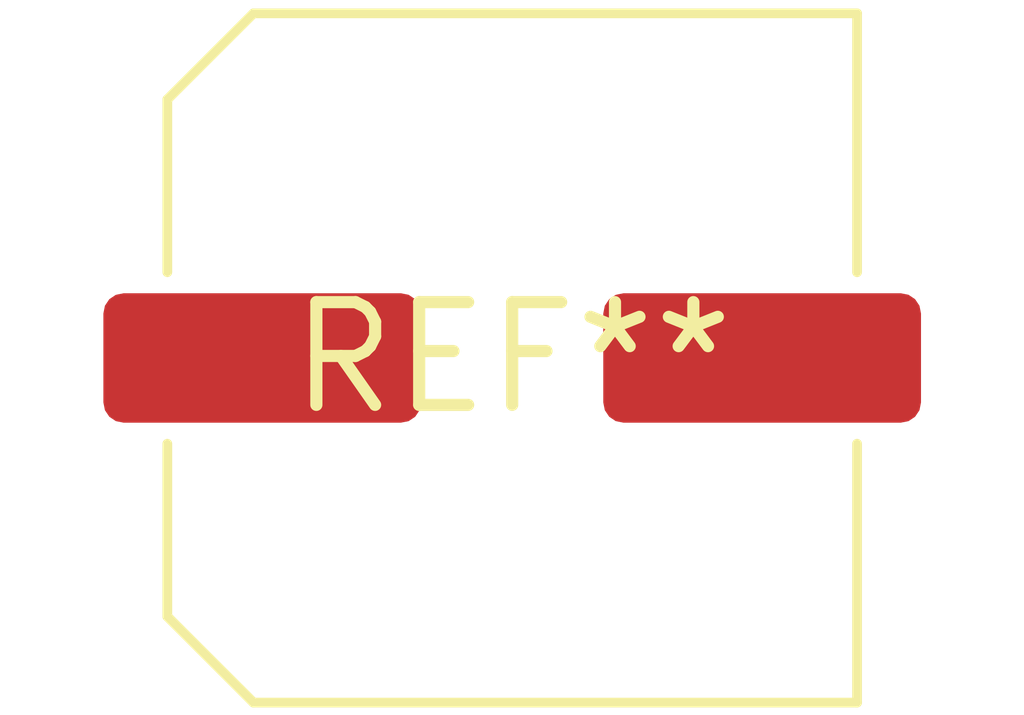
<source format=kicad_pcb>
(kicad_pcb (version 20240108) (generator pcbnew)
  (layers (0 "F.Cu" signal) (31 "B.Cu" signal) (34 "B.Paste" user) (35 "F.Paste" user) (36 "B.SilkS" user "B.Silkscreen") (37 "F.SilkS" user "F.Silkscreen") (38 "B.Mask" user) (39 "F.Mask" user) (44 "Edge.Cuts" user))
  (net 0 "")
  (footprint "C_Elec_8x6.2" (layer "F.Cu") (at 0 0)
    (property "Reference" "REF**")
    (property "Value" "C_Elec_8x6.2")
    (fp_line (start -4.26 -3.195563) (end -4.26 -1.06) (layer "F.SilkS") (stroke (width 0.12)))
    (fp_line (start -4.26 -3.195563) (end -3.195563 -4.26) (layer "F.SilkS") (stroke (width 0.12)))
    (fp_line (start -4.26 3.195563) (end -4.26 1.06) (layer "F.SilkS") (stroke (width 0.12)))
    (fp_line (start -4.26 3.195563) (end -3.195563 4.26) (layer "F.SilkS") (stroke (width 0.12)))
    (fp_line (start -3.195563 -4.26) (end 4.26 -4.26) (layer "F.SilkS") (stroke (width 0.12)))
    (fp_line (start -3.195563 4.26) (end 4.26 4.26) (layer "F.SilkS") (stroke (width 0.12)))
    (fp_line (start 4.26 -4.26) (end 4.26 -1.06) (layer "F.SilkS") (stroke (width 0.12)))
    (fp_line (start 4.26 4.26) (end 4.26 1.06) (layer "F.SilkS") (stroke (width 0.12)))
    (pad "1" smd roundrect (at -3.0875 0) (size 3.925 1.6) (layers "F.Cu" "F.Paste" "F.Mask") (roundrect_rratio 0.15625))
    (pad "2" smd roundrect (at 3.0875 0) (size 3.925 1.6) (layers "F.Cu" "F.Paste" "F.Mask") (roundrect_rratio 0.15625))
  )
)
</source>
